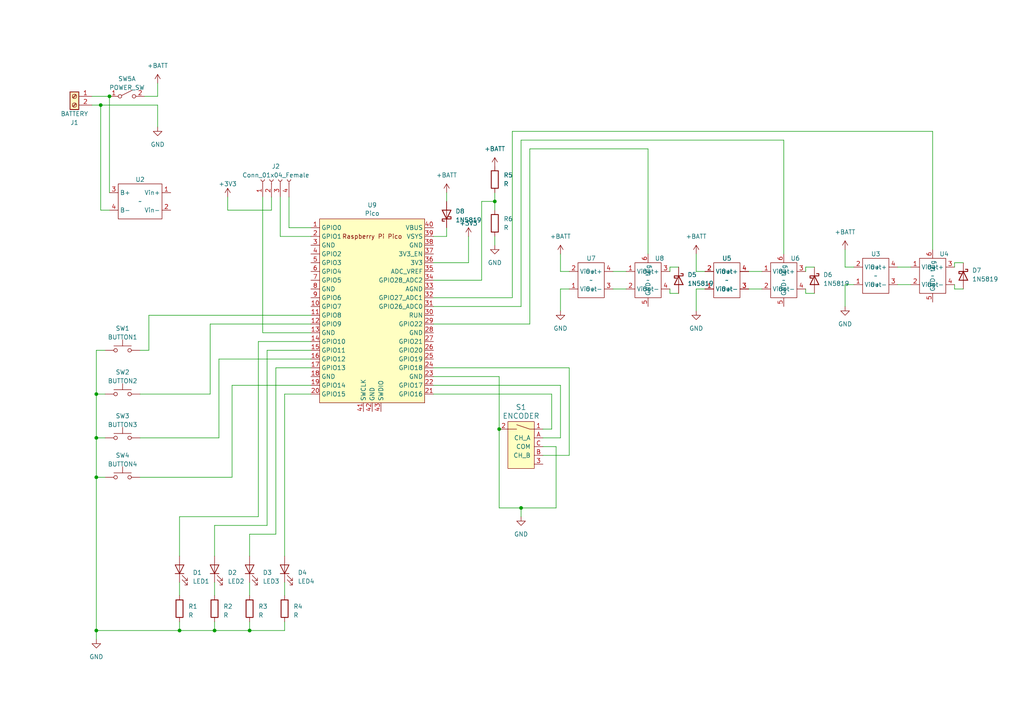
<source format=kicad_sch>
(kicad_sch (version 20231120) (generator "eeschema") (generator_version "8.0")
  (paper "A4")
  (title_block (title "Drumkit") (date "2024-04-01") (rev "2") (comment 1 "https://git.xythobuz.de/thomas/drumkit") (comment 2 "Licensed under the CERN-OHL-S-2.0+") (comment 4 "Copyright (c) 2024 Kauzerei, Thomas Buck"))
  (lib_symbols
    (symbol "Connector:Conn_01x04_Female" (pin_names (offset 1.016) hide)
      (property "Reference" "J" (at 0 5.08 0))
      (property "Value" "Conn_01x04_Female" (at 0 -7.62 0))
      (symbol "Conn_01x04_Female_1_1"
        (arc (start 0 -4.572) (mid -0.5058 -5.08) (end 0 -5.588) (stroke (width 0.1524)))
        (arc (start 0 -2.032) (mid -0.5058 -2.54) (end 0 -3.048) (stroke (width 0.1524)))
        (polyline (pts (xy -1.27 -5.08) (xy -0.508 -5.08)) (stroke (width 0.1524)))
        (polyline (pts (xy -1.27 -2.54) (xy -0.508 -2.54)) (stroke (width 0.1524)))
        (polyline (pts (xy -1.27 0) (xy -0.508 0)) (stroke (width 0.1524)))
        (polyline (pts (xy -1.27 2.54) (xy -0.508 2.54)) (stroke (width 0.1524)))
        (arc (start 0 0.508) (mid -0.5058 0) (end 0 -0.508) (stroke (width 0.1524)))
        (arc (start 0 3.048) (mid -0.5058 2.54) (end 0 2.032) (stroke (width 0.1524)))
        (pin passive line (at -5.08 2.54 0) (length 3.81) (name "Pin_1") (number "1"))
        (pin passive line (at -5.08 0 0) (length 3.81) (name "Pin_2") (number "2"))
        (pin passive line (at -5.08 -2.54 0) (length 3.81) (name "Pin_3") (number "3"))
        (pin passive line (at -5.08 -5.08 0) (length 3.81) (name "Pin_4") (number "4"))
      )
    )
    (symbol "Connector:Screw_Terminal_01x02" (pin_names (offset 1.016) hide)
      (property "Reference" "J" (at 0 2.54 0))
      (property "Value" "Screw_Terminal_01x02" (at 0 -5.08 0))
      (symbol "Screw_Terminal_01x02_1_1"
        (rectangle (start -1.27 1.27) (end 1.27 -3.81) (stroke (width 0.254)) (fill (type background)))
        (circle (center 0 -2.54) (radius 0.635) (stroke (width 0.1524)))
        (polyline (pts (xy -0.5334 -2.2098) (xy 0.3302 -3.048)) (stroke (width 0.1524)))
        (polyline (pts (xy -0.5334 0.3302) (xy 0.3302 -0.508)) (stroke (width 0.1524)))
        (polyline (pts (xy -0.3556 -2.032) (xy 0.508 -2.8702)) (stroke (width 0.1524)))
        (polyline (pts (xy -0.3556 0.508) (xy 0.508 -0.3302)) (stroke (width 0.1524)))
        (circle (center 0 0) (radius 0.635) (stroke (width 0.1524)))
        (pin passive line (at -5.08 0 0) (length 3.81) (name "Pin_1") (number "1"))
        (pin passive line (at -5.08 -2.54 0) (length 3.81) (name "Pin_2") (number "2"))
      )
    )
    (symbol "Device:LED" (pin_numbers hide) (pin_names (offset 1.016) hide)
      (property "Reference" "D" (at 0 2.54 0))
      (property "Value" "LED" (at 0 -2.54 0))
      (symbol "LED_0_1"
        (polyline (pts (xy -1.27 -1.27) (xy -1.27 1.27)) (stroke (width 0.2032)))
        (polyline (pts (xy -1.27 0) (xy 1.27 0)))
        (polyline (pts (xy 1.27 -1.27) (xy 1.27 1.27) (xy -1.27 0) (xy 1.27 -1.27)) (stroke (width 0.2032)))
        (polyline (pts (xy -3.048 -0.762) (xy -4.572 -2.286) (xy -3.81 -2.286) (xy -4.572 -2.286) (xy -4.572 -1.524)))
        (polyline (pts (xy -1.778 -0.762) (xy -3.302 -2.286) (xy -2.54 -2.286) (xy -3.302 -2.286) (xy -3.302 -1.524)))
      )
      (symbol "LED_1_1"
        (pin passive line (at -3.81 0 0) (length 2.54) (name "K") (number "1"))
        (pin passive line (at 3.81 0 180) (length 2.54) (name "A") (number "2"))
      )
    )
    (symbol "Device:R" (pin_numbers hide) (pin_names (offset 0))
      (property "Reference" "R" (at 2.032 0 90))
      (property "Value" "R" (at 0 0 90))
      (symbol "R_0_1"
        (rectangle (start -1.016 -2.54) (end 1.016 2.54) (stroke (width 0.254)))
      )
      (symbol "R_1_1"
        (pin passive line (at 0 3.81 270) (length 1.27) (name "~") (number "1"))
        (pin passive line (at 0 -3.81 90) (length 1.27) (name "~") (number "2"))
      )
    )
    (symbol "Diode:1N5819" (pin_numbers hide) (pin_names (offset 1.016) hide)
      (property "Reference" "D" (at 0 2.54 0))
      (property "Value" "1N5819" (at 0 -2.54 0))
      (symbol "1N5819_0_1"
        (polyline (pts (xy 1.27 0) (xy -1.27 0)))
        (polyline (pts (xy 1.27 1.27) (xy 1.27 -1.27) (xy -1.27 0) (xy 1.27 1.27)) (stroke (width 0.254)))
        (polyline (pts (xy -1.905 0.635) (xy -1.905 1.27) (xy -1.27 1.27) (xy -1.27 -1.27) (xy -0.635 -1.27) (xy -0.635 -0.635)) (stroke (width 0.254)))
      )
      (symbol "1N5819_1_1"
        (pin passive line (at -3.81 0 0) (length 2.54) (name "K") (number "1"))
        (pin passive line (at 3.81 0 180) (length 2.54) (name "A") (number "2"))
      )
    )
    (symbol "GND_1" (power) (pin_names (offset 0))
      (property "Value" "GND_1" (at 0 -3.81 0))
      (symbol "GND_1_0_1"
        (polyline (pts (xy 0 0) (xy 0 -1.27) (xy 1.27 -1.27) (xy 0 -2.54) (xy -1.27 -1.27) (xy 0 -1.27)))
      )
      (symbol "GND_1_1_1"
        (pin power_in line (at 0 0 270) (length 0) hide (name "GND") (number "1"))
      )
    )
    (symbol "KiCad-RP-Pico:Pico"
      (property "Reference" "U" (at -13.97 27.94 0))
      (property "Value" "Pico" (at 0 19.05 0))
      (symbol "Pico_0_0"
        (text "Raspberry Pi Pico" (at 0 21.59 0) (effects (font (size 1.27 1.27))))
      )
      (symbol "Pico_0_1"
        (rectangle (start -15.24 26.67) (end 15.24 -26.67) (fill (type background)))
      )
      (symbol "Pico_1_1"
        (pin bidirectional line (at -17.78 24.13 0) (length 2.54) (name "GPIO0") (number "1"))
        (pin bidirectional line (at -17.78 1.27 0) (length 2.54) (name "GPIO7") (number "10"))
        (pin bidirectional line (at -17.78 -1.27 0) (length 2.54) (name "GPIO8") (number "11"))
        (pin bidirectional line (at -17.78 -3.81 0) (length 2.54) (name "GPIO9") (number "12"))
        (pin power_in line (at -17.78 -6.35 0) (length 2.54) (name "GND") (number "13"))
        (pin bidirectional line (at -17.78 -8.89 0) (length 2.54) (name "GPIO10") (number "14"))
        (pin bidirectional line (at -17.78 -11.43 0) (length 2.54) (name "GPIO11") (number "15"))
        (pin bidirectional line (at -17.78 -13.97 0) (length 2.54) (name "GPIO12") (number "16"))
        (pin bidirectional line (at -17.78 -16.51 0) (length 2.54) (name "GPIO13") (number "17"))
        (pin power_in line (at -17.78 -19.05 0) (length 2.54) (name "GND") (number "18"))
        (pin bidirectional line (at -17.78 -21.59 0) (length 2.54) (name "GPIO14") (number "19"))
        (pin bidirectional line (at -17.78 21.59 0) (length 2.54) (name "GPIO1") (number "2"))
        (pin bidirectional line (at -17.78 -24.13 0) (length 2.54) (name "GPIO15") (number "20"))
        (pin bidirectional line (at 17.78 -24.13 180) (length 2.54) (name "GPIO16") (number "21"))
        (pin bidirectional line (at 17.78 -21.59 180) (length 2.54) (name "GPIO17") (number "22"))
        (pin power_in line (at 17.78 -19.05 180) (length 2.54) (name "GND") (number "23"))
        (pin bidirectional line (at 17.78 -16.51 180) (length 2.54) (name "GPIO18") (number "24"))
        (pin bidirectional line (at 17.78 -13.97 180) (length 2.54) (name "GPIO19") (number "25"))
        (pin bidirectional line (at 17.78 -11.43 180) (length 2.54) (name "GPIO20") (number "26"))
        (pin bidirectional line (at 17.78 -8.89 180) (length 2.54) (name "GPIO21") (number "27"))
        (pin power_in line (at 17.78 -6.35 180) (length 2.54) (name "GND") (number "28"))
        (pin bidirectional line (at 17.78 -3.81 180) (length 2.54) (name "GPIO22") (number "29"))
        (pin power_in line (at -17.78 19.05 0) (length 2.54) (name "GND") (number "3"))
        (pin input line (at 17.78 -1.27 180) (length 2.54) (name "RUN") (number "30"))
        (pin bidirectional line (at 17.78 1.27 180) (length 2.54) (name "GPIO26_ADC0") (number "31"))
        (pin bidirectional line (at 17.78 3.81 180) (length 2.54) (name "GPIO27_ADC1") (number "32"))
        (pin power_in line (at 17.78 6.35 180) (length 2.54) (name "AGND") (number "33"))
        (pin bidirectional line (at 17.78 8.89 180) (length 2.54) (name "GPIO28_ADC2") (number "34"))
        (pin input line (at 17.78 11.43 180) (length 2.54) (name "ADC_VREF") (number "35"))
        (pin power_out line (at 17.78 13.97 180) (length 2.54) (name "3V3") (number "36"))
        (pin input line (at 17.78 16.51 180) (length 2.54) (name "3V3_EN") (number "37"))
        (pin power_in line (at 17.78 19.05 180) (length 2.54) (name "GND") (number "38"))
        (pin power_in line (at 17.78 21.59 180) (length 2.54) (name "VSYS") (number "39"))
        (pin bidirectional line (at -17.78 16.51 0) (length 2.54) (name "GPIO2") (number "4"))
        (pin power_in line (at 17.78 24.13 180) (length 2.54) (name "VBUS") (number "40"))
        (pin input line (at -2.54 -29.21 90) (length 2.54) (name "SWCLK") (number "41"))
        (pin power_in line (at 0 -29.21 90) (length 2.54) (name "GND") (number "42"))
        (pin bidirectional line (at 2.54 -29.21 90) (length 2.54) (name "SWDIO") (number "43"))
        (pin bidirectional line (at -17.78 13.97 0) (length 2.54) (name "GPIO3") (number "5"))
        (pin bidirectional line (at -17.78 11.43 0) (length 2.54) (name "GPIO4") (number "6"))
        (pin bidirectional line (at -17.78 8.89 0) (length 2.54) (name "GPIO5") (number "7"))
        (pin power_in line (at -17.78 6.35 0) (length 2.54) (name "GND") (number "8"))
        (pin bidirectional line (at -17.78 3.81 0) (length 2.54) (name "GPIO6") (number "9"))
      )
    )
    (symbol "R_1" (pin_numbers hide) (pin_names (offset 0))
      (property "Reference" "R" (at 2.032 0 90))
      (property "Value" "R" (at 0 0 90))
      (symbol "R_1_0_1"
        (rectangle (start -1.016 -2.54) (end 1.016 2.54) (stroke (width 0.254)))
      )
      (symbol "R_1_1_1"
        (pin passive line (at 0 3.81 270) (length 1.27) (name "~") (number "1"))
        (pin passive line (at 0 -3.81 90) (length 1.27) (name "~") (number "2"))
      )
    )
    (symbol "Switch:SW_DPST_x2" (pin_names (offset 0) hide)
      (property "Reference" "SW" (at 0 3.175 0))
      (property "Value" "SW_DPST_x2" (at 0 -2.54 0))
      (symbol "SW_DPST_x2_0_0"
        (circle (center -2.032 0) (radius 0.508))
        (polyline (pts (xy -1.524 0.254) (xy 1.524 1.778)))
        (circle (center 2.032 0) (radius 0.508))
      )
      (symbol "SW_DPST_x2_1_1"
        (pin passive line (at -5.08 0 0) (length 2.54) (name "A") (number "1"))
        (pin passive line (at 5.08 0 180) (length 2.54) (name "B") (number "2"))
      )
      (symbol "SW_DPST_x2_2_1"
        (pin passive line (at -5.08 0 0) (length 2.54) (name "A") (number "3"))
        (pin passive line (at 5.08 0 180) (length 2.54) (name "B") (number "4"))
      )
    )
    (symbol "Switch:SW_Push" (pin_numbers hide) (pin_names (offset 1.016) hide)
      (property "Reference" "SW" (at 1.27 2.54 0))
      (property "Value" "SW_Push" (at 0 -1.524 0))
      (symbol "SW_Push_0_1"
        (circle (center -2.032 0) (radius 0.508))
        (polyline (pts (xy 0 1.27) (xy 0 3.048)))
        (polyline (pts (xy 2.54 1.27) (xy -2.54 1.27)))
        (circle (center 2.032 0) (radius 0.508))
        (pin passive line (at -5.08 0 0) (length 2.54) (name "1") (number "1"))
        (pin passive line (at 5.08 0 180) (length 2.54) (name "2") (number "2"))
      )
    )
    (symbol "chinese_modules:charger"
      (property "Reference" "U" (at 0 0 0))
      (symbol "charger_0_1"
        (rectangle (start -6.35 5.08) (end 6.35 -5.08))
      )
      (symbol "charger_1_1"
        (pin input line (at 8.89 2.54 180) (length 2.54) (name "Vin+") (number "1"))
        (pin input line (at 8.89 -2.54 180) (length 2.54) (name "Vin-") (number "2"))
        (pin input line (at -8.89 2.54 0) (length 2.54) (name "B+") (number "3"))
        (pin input line (at -8.89 -2.54 0) (length 2.54) (name "B-") (number "4"))
      )
    )
    (symbol "chinese_modules:dc-dc"
      (property "Reference" "U" (at 0 0 0))
      (symbol "dc-dc_0_1"
        (rectangle (start -3.81 5.08) (end 3.81 -5.08))
      )
      (symbol "dc-dc_1_1"
        (pin power_in line (at -6.35 -2.54 0) (length 2.54) (name "Vin+") (number "1"))
        (pin power_in line (at -6.35 2.54 0) (length 2.54) (name "Vin+") (number "2"))
        (pin power_out line (at 6.35 -2.54 180) (length 2.54) (name "Out-") (number "3"))
        (pin power_out line (at 6.35 2.54 180) (length 2.54) (name "Out+") (number "4"))
      )
    )
    (symbol "chinese_modules:xy-mos"
      (property "Reference" "U" (at -11.43 0 0))
      (symbol "xy-mos_0_1"
        (rectangle (start -3.81 5.08) (end 3.81 -5.08))
      )
      (symbol "xy-mos_1_1"
        (pin power_in line (at -6.35 2.54 0) (length 2.54) (name "Vin+") (number "1"))
        (pin power_in line (at -6.35 -2.54 0) (length 2.54) (name "Vin-") (number "2"))
        (pin power_out line (at 6.35 2.54 180) (length 2.54) (name "Out+") (number "3"))
        (pin power_out line (at 6.35 -2.54 180) (length 2.54) (name "Out-") (number "4"))
        (pin input line (at 0 -7.62 90) (length 2.54) (name "GND") (number "5"))
        (pin input line (at 0 7.62 270) (length 2.54) (name "trig") (number "6"))
      )
    )
    (symbol "dk_Encoders:PEC11R-4215F-S0024" (pin_names (offset 1.016))
      (property "Reference" "S" (at -1.27 5.715 0))
      (property "Value" "PEC11R-4215F-S0024" (at -1.27 -9.906 0))
      (symbol "PEC11R-4215F-S0024_0_1"
        (rectangle (start -5.08 4.699) (end 2.54 -8.89) (fill (type background)))
        (polyline (pts (xy 0 2.54) (xy 2.54 2.54)))
        (polyline (pts (xy -5.08 2.54) (xy -3.81 2.54) (xy 0 3.81)))
      )
      (symbol "PEC11R-4215F-S0024_1_1"
        (pin bidirectional line (at -7.62 2.54 0) (length 2.54) (name "~") (number "1"))
        (pin bidirectional line (at 5.08 2.54 180) (length 2.54) (name "~") (number "2"))
        (pin unspecified line (at -7.62 -7.62 0) (length 2.54) (name "~") (number "3"))
        (pin bidirectional line (at -7.62 0 0) (length 2.54) (name "CH_A") (number "A"))
        (pin bidirectional line (at -7.62 -5.08 0) (length 2.54) (name "CH_B") (number "B"))
        (pin input line (at -7.62 -2.54 0) (length 2.54) (name "COM") (number "C"))
      )
    )
    (symbol "power:+3.3V" (power) (pin_names (offset 0))
      (property "Value" "+3.3V" (at 0 3.556 0))
      (symbol "+3.3V_0_1"
        (polyline (pts (xy -0.762 1.27) (xy 0 2.54)))
        (polyline (pts (xy 0 0) (xy 0 2.54)))
        (polyline (pts (xy 0 2.54) (xy 0.762 1.27)))
      )
      (symbol "+3.3V_1_1"
        (pin power_in line (at 0 0 90) (length 0) hide (name "+3V3") (number "1"))
      )
    )
    (symbol "power:+BATT" (power) (pin_names (offset 0))
      (property "Value" "+BATT" (at 0 3.556 0))
      (symbol "+BATT_0_1"
        (polyline (pts (xy -0.762 1.27) (xy 0 2.54)))
        (polyline (pts (xy 0 0) (xy 0 2.54)))
        (polyline (pts (xy 0 2.54) (xy 0.762 1.27)))
      )
      (symbol "+BATT_1_1"
        (pin power_in line (at 0 0 90) (length 0) hide (name "+BATT") (number "1"))
      )
    )
    (symbol "power:GND" (power) (pin_names (offset 0))
      (property "Value" "GND" (at 0 -3.81 0))
      (symbol "GND_0_1"
        (polyline (pts (xy 0 0) (xy 0 -1.27) (xy 1.27 -1.27) (xy 0 -2.54) (xy -1.27 -1.27) (xy 0 -1.27)))
      )
      (symbol "GND_1_1"
        (pin power_in line (at 0 0 270) (length 0) hide (name "GND") (number "1"))
      )
    )
  )
  (junction (at 27.94 114.3))
  (junction (at 62.23 182.88))
  (junction (at 144.78 124.46))
  (junction (at 29.21 30.48))
  (junction (at 27.94 138.43))
  (junction (at 143.51 58.42))
  (junction (at 27.94 127))
  (junction (at 52.07 182.88))
  (junction (at 72.39 182.88))
  (junction (at 151.13 147.32))
  (junction (at 27.94 182.88))
  (junction (at 31.75 27.94))
  (wire (pts (xy 29.21 60.96) (xy 29.21 30.48)))
  (wire (pts (xy 144.78 109.22) (xy 144.78 124.46)))
  (wire (pts (xy 194.31 77.47) (xy 196.85 77.47)))
  (wire (pts (xy 204.47 83.82) (xy 201.93 83.82)))
  (wire (pts (xy 165.1 83.82) (xy 162.56 83.82)))
  (wire (pts (xy 30.48 127) (xy 27.94 127)))
  (wire (pts (xy 201.93 73.66) (xy 201.93 78.74)))
  (wire (pts (xy 52.07 149.86) (xy 74.93 149.86)))
  (wire (pts (xy 148.59 38.1) (xy 270.51 38.1)))
  (wire (pts (xy 80.01 106.68) (xy 80.01 154.94)))
  (wire (pts (xy 187.96 43.18) (xy 187.96 73.66)))
  (wire (pts (xy 139.7 81.28) (xy 139.7 58.42)))
  (wire (pts (xy 157.48 124.46) (xy 160.02 124.46)))
  (wire (pts (xy 276.86 82.55) (xy 276.86 83.82)))
  (wire (pts (xy 27.94 182.88) (xy 27.94 185.42)))
  (wire (pts (xy 40.64 138.43) (xy 67.31 138.43)))
  (wire (pts (xy 43.18 101.6) (xy 40.64 101.6)))
  (wire (pts (xy 66.04 60.96) (xy 78.74 60.96)))
  (wire (pts (xy 67.31 138.43) (xy 67.31 111.76)))
  (wire (pts (xy 153.67 43.18) (xy 187.96 43.18)))
  (wire (pts (xy 276.86 83.82) (xy 279.4 83.82)))
  (wire (pts (xy 81.28 68.58) (xy 90.17 68.58)))
  (wire (pts (xy 30.48 101.6) (xy 27.94 101.6)))
  (wire (pts (xy 227.33 40.64) (xy 227.33 73.66)))
  (wire (pts (xy 62.23 152.4) (xy 62.23 161.29)))
  (wire (pts (xy 148.59 86.36) (xy 148.59 38.1)))
  (wire (pts (xy 72.39 168.91) (xy 72.39 172.72)))
  (wire (pts (xy 157.48 129.54) (xy 161.29 129.54)))
  (wire (pts (xy 153.67 93.98) (xy 153.67 43.18)))
  (wire (pts (xy 162.56 127) (xy 162.56 111.76)))
  (wire (pts (xy 78.74 60.96) (xy 78.74 57.15)))
  (wire (pts (xy 151.13 88.9) (xy 125.73 88.9)))
  (wire (pts (xy 177.8 78.74) (xy 181.61 78.74)))
  (wire (pts (xy 52.07 182.88) (xy 62.23 182.88)))
  (wire (pts (xy 82.55 168.91) (xy 82.55 172.72)))
  (wire (pts (xy 217.17 83.82) (xy 220.98 83.82)))
  (wire (pts (xy 27.94 101.6) (xy 27.94 114.3)))
  (wire (pts (xy 245.11 77.47) (xy 247.65 77.47)))
  (wire (pts (xy 165.1 106.68) (xy 165.1 132.08)))
  (wire (pts (xy 233.68 78.74) (xy 233.68 77.47)))
  (wire (pts (xy 74.93 99.06) (xy 90.17 99.06)))
  (wire (pts (xy 151.13 40.64) (xy 151.13 88.9)))
  (wire (pts (xy 52.07 182.88) (xy 52.07 180.34)))
  (wire (pts (xy 82.55 182.88) (xy 82.55 180.34)))
  (wire (pts (xy 125.73 81.28) (xy 139.7 81.28)))
  (wire (pts (xy 62.23 168.91) (xy 62.23 172.72)))
  (wire (pts (xy 45.72 30.48) (xy 45.72 36.83)))
  (wire (pts (xy 125.73 76.2) (xy 135.89 76.2)))
  (wire (pts (xy 194.31 85.09) (xy 196.85 85.09)))
  (wire (pts (xy 27.94 114.3) (xy 30.48 114.3)))
  (wire (pts (xy 27.94 114.3) (xy 27.94 127)))
  (wire (pts (xy 43.18 91.44) (xy 90.17 91.44)))
  (wire (pts (xy 40.64 127) (xy 63.5 127)))
  (wire (pts (xy 233.68 83.82) (xy 233.68 85.09)))
  (wire (pts (xy 177.8 83.82) (xy 181.61 83.82)))
  (wire (pts (xy 72.39 154.94) (xy 80.01 154.94)))
  (wire (pts (xy 83.82 66.04) (xy 90.17 66.04)))
  (wire (pts (xy 125.73 106.68) (xy 165.1 106.68)))
  (wire (pts (xy 90.17 104.14) (xy 63.5 104.14)))
  (wire (pts (xy 45.72 27.94) (xy 45.72 24.13)))
  (wire (pts (xy 77.47 152.4) (xy 62.23 152.4)))
  (wire (pts (xy 160.02 114.3) (xy 125.73 114.3)))
  (wire (pts (xy 245.11 82.55) (xy 245.11 88.9)))
  (wire (pts (xy 233.68 85.09) (xy 236.22 85.09)))
  (wire (pts (xy 161.29 129.54) (xy 161.29 147.32)))
  (wire (pts (xy 41.91 27.94) (xy 45.72 27.94)))
  (wire (pts (xy 26.67 30.48) (xy 29.21 30.48)))
  (wire (pts (xy 143.51 58.42) (xy 143.51 60.96)))
  (wire (pts (xy 260.35 82.55) (xy 264.16 82.55)))
  (wire (pts (xy 67.31 111.76) (xy 90.17 111.76)))
  (wire (pts (xy 276.86 76.2) (xy 279.4 76.2)))
  (wire (pts (xy 72.39 182.88) (xy 72.39 180.34)))
  (wire (pts (xy 80.01 106.68) (xy 90.17 106.68)))
  (wire (pts (xy 135.89 76.2) (xy 135.89 68.58)))
  (wire (pts (xy 74.93 149.86) (xy 74.93 99.06)))
  (wire (pts (xy 29.21 60.96) (xy 31.75 60.96)))
  (wire (pts (xy 194.31 78.74) (xy 194.31 77.47)))
  (wire (pts (xy 143.51 55.88) (xy 143.51 58.42)))
  (wire (pts (xy 52.07 161.29) (xy 52.07 149.86)))
  (wire (pts (xy 144.78 124.46) (xy 144.78 147.32)))
  (wire (pts (xy 125.73 68.58) (xy 129.54 68.58)))
  (wire (pts (xy 270.51 38.1) (xy 270.51 72.39)))
  (wire (pts (xy 139.7 58.42) (xy 143.51 58.42)))
  (wire (pts (xy 90.17 114.3) (xy 82.55 114.3)))
  (wire (pts (xy 27.94 138.43) (xy 27.94 182.88)))
  (wire (pts (xy 217.17 78.74) (xy 220.98 78.74)))
  (wire (pts (xy 165.1 132.08) (xy 157.48 132.08)))
  (wire (pts (xy 60.96 93.98) (xy 90.17 93.98)))
  (wire (pts (xy 129.54 55.88) (xy 129.54 58.42)))
  (wire (pts (xy 227.33 40.64) (xy 151.13 40.64)))
  (wire (pts (xy 40.64 114.3) (xy 60.96 114.3)))
  (wire (pts (xy 43.18 91.44) (xy 43.18 101.6)))
  (wire (pts (xy 162.56 83.82) (xy 162.56 90.17)))
  (wire (pts (xy 276.86 77.47) (xy 276.86 76.2)))
  (wire (pts (xy 72.39 182.88) (xy 82.55 182.88)))
  (wire (pts (xy 76.2 57.15) (xy 76.2 96.52)))
  (wire (pts (xy 201.93 78.74) (xy 204.47 78.74)))
  (wire (pts (xy 77.47 101.6) (xy 77.47 152.4)))
  (wire (pts (xy 29.21 30.48) (xy 45.72 30.48)))
  (wire (pts (xy 66.04 57.15) (xy 66.04 60.96)))
  (wire (pts (xy 60.96 114.3) (xy 60.96 93.98)))
  (wire (pts (xy 82.55 114.3) (xy 82.55 161.29)))
  (wire (pts (xy 27.94 138.43) (xy 30.48 138.43)))
  (wire (pts (xy 260.35 77.47) (xy 264.16 77.47)))
  (wire (pts (xy 72.39 161.29) (xy 72.39 154.94)))
  (wire (pts (xy 27.94 182.88) (xy 52.07 182.88)))
  (wire (pts (xy 76.2 96.52) (xy 90.17 96.52)))
  (wire (pts (xy 162.56 73.66) (xy 162.56 78.74)))
  (wire (pts (xy 160.02 124.46) (xy 160.02 114.3)))
  (wire (pts (xy 162.56 111.76) (xy 125.73 111.76)))
  (wire (pts (xy 143.51 68.58) (xy 143.51 71.12)))
  (wire (pts (xy 157.48 127) (xy 162.56 127)))
  (wire (pts (xy 31.75 27.94) (xy 31.75 55.88)))
  (wire (pts (xy 245.11 82.55) (xy 247.65 82.55)))
  (wire (pts (xy 162.56 78.74) (xy 165.1 78.74)))
  (wire (pts (xy 52.07 168.91) (xy 52.07 172.72)))
  (wire (pts (xy 27.94 127) (xy 27.94 138.43)))
  (wire (pts (xy 62.23 182.88) (xy 62.23 180.34)))
  (wire (pts (xy 81.28 57.15) (xy 81.28 68.58)))
  (wire (pts (xy 63.5 104.14) (xy 63.5 127)))
  (wire (pts (xy 201.93 83.82) (xy 201.93 90.17)))
  (wire (pts (xy 161.29 147.32) (xy 151.13 147.32)))
  (wire (pts (xy 129.54 66.04) (xy 129.54 68.58)))
  (wire (pts (xy 125.73 93.98) (xy 153.67 93.98)))
  (wire (pts (xy 194.31 83.82) (xy 194.31 85.09)))
  (wire (pts (xy 62.23 182.88) (xy 72.39 182.88)))
  (wire (pts (xy 151.13 147.32) (xy 144.78 147.32)))
  (wire (pts (xy 125.73 109.22) (xy 144.78 109.22)))
  (wire (pts (xy 125.73 86.36) (xy 148.59 86.36)))
  (wire (pts (xy 77.47 101.6) (xy 90.17 101.6)))
  (wire (pts (xy 26.67 27.94) (xy 31.75 27.94)))
  (wire (pts (xy 233.68 77.47) (xy 236.22 77.47)))
  (wire (pts (xy 83.82 57.15) (xy 83.82 66.04)))
  (wire (pts (xy 245.11 72.39) (xy 245.11 77.47)))
  (wire (pts (xy 151.13 147.32) (xy 151.13 149.86)))
  (symbol (lib_id "power:GND") (at 201.93 90.17 0) (unit 1)
    (property "Reference" "#PWR09" (effects (hide yes)))
    (property "Value" "GND" (at 201.93 95.25 0))
  )
  (symbol (lib_id "power:+BATT") (at 45.72 24.13 0) (unit 1)
    (property "Reference" "#PWR06" (effects (hide yes)))
    (property "Value" "+BATT" (at 45.72 19.05 0))
  )
  (symbol (lib_id "Device:LED") (at 72.39 165.1 90) (unit 1)
    (property "Reference" "D3" (at 76.2 166.0652 90) (effects (justify right)))
    (property "Value" "LED3" (at 76.2 168.6052 90) (effects (justify right)))
    (property "Footprint" "LED_THT:LED_D5.0mm" (effects (hide yes)))
  )
  (symbol (lib_id "power:+BATT") (at 245.11 72.39 0) (unit 1)
    (property "Reference" "#PWR04" (effects (hide yes)))
    (property "Value" "+BATT" (at 245.11 67.31 0))
  )
  (symbol (lib_id "Switch:SW_DPST_x2") (at 36.83 27.94 0) (unit 1)
    (property "Reference" "SW5" (at 36.83 22.86 0))
    (property "Value" "POWER_SW" (at 36.83 25.4 0))
    (property "Footprint" "Inductor_THT:L_Radial_D12.0mm_P6.00mm_MuRATA_1900R" (effects (hide yes)))
  )
  (symbol (lib_name "R_1") (lib_id "Device:R") (at 143.51 64.77 0) (unit 1)
    (property "Reference" "R6" (at 146.05 63.5 0) (effects (justify left)))
    (property "Value" "R" (at 146.05 66.04 0) (effects (justify left)))
    (property "Footprint" "Resistor_THT:R_Axial_DIN0309_L9.0mm_D3.2mm_P12.70mm_Horizontal" (effects (hide yes)))
  )
  (symbol (lib_id "chinese_modules:xy-mos") (at 187.96 81.28 0) (unit 1)
    (property "Reference" "U8" (at 189.9159 74.93 0) (effects (justify left)))
    (property "Value" "~" (at 187.96 81.28 0))
    (property "Footprint" "chinese_modules:xy-mos" (effects (hide yes)))
  )
  (symbol (lib_id "Device:R") (at 82.55 176.53 0) (unit 1)
    (property "Reference" "R4" (at 85.09 175.895 0) (effects (justify left)))
    (property "Value" "R" (at 85.09 178.435 0) (effects (justify left)))
    (property "Footprint" "Resistor_THT:R_Axial_DIN0617_L17.0mm_D6.0mm_P5.08mm_Vertical" (effects (hide yes)))
  )
  (symbol (lib_id "power:+3.3V") (at 135.89 68.58 0) (unit 1)
    (property "Reference" "#PWR07" (effects (hide yes)))
    (property "Value" "+3V3" (at 135.89 64.77 0))
  )
  (symbol (lib_id "power:GND") (at 143.51 71.12 0) (unit 1)
    (property "Reference" "#PWR011" (effects (hide yes)))
    (property "Value" "GND" (at 143.51 76.2 0))
  )
  (symbol (lib_id "power:+BATT") (at 143.51 48.26 0) (unit 1)
    (property "Reference" "#PWR05" (effects (hide yes)))
    (property "Value" "+BATT" (at 143.51 43.18 0))
  )
  (symbol (lib_id "Diode:1N5819") (at 236.22 81.28 270) (unit 1)
    (property "Reference" "D6" (at 238.76 79.6925 90) (effects (justify left)))
    (property "Value" "1N5819" (at 238.76 82.2325 90) (effects (justify left)))
    (property "Footprint" "Diode_THT:D_DO-41_SOD81_P10.16mm_Horizontal" (effects (hide yes)))
    (property "Datasheet" "http://www.vishay.com/docs/88525/1n5817.pdf" (effects (hide yes)))
  )
  (symbol (lib_id "Device:LED") (at 82.55 165.1 90) (unit 1)
    (property "Reference" "D4" (at 86.36 166.0652 90) (effects (justify right)))
    (property "Value" "LED4" (at 86.36 168.6052 90) (effects (justify right)))
    (property "Footprint" "LED_THT:LED_D5.0mm" (effects (hide yes)))
  )
  (symbol (lib_id "KiCad-RP-Pico:Pico") (at 107.95 90.17 0) (unit 1)
    (property "Reference" "U9" (at 107.95 59.4825 0))
    (property "Value" "Pico" (at 107.95 61.9068 0))
    (property "Footprint" "KiCad-RP-Pico:RPi_Pico_SMD_TH_noSWD" (effects (hide yes)))
  )
  (symbol (lib_id "chinese_modules:charger") (at 40.64 58.42 0) (unit 1)
    (property "Reference" "U2" (at 40.64 52.07 0))
    (property "Value" "~" (at 40.64 58.42 0))
    (property "Footprint" "chinese_modules:charger" (effects (hide yes)))
  )
  (symbol (lib_id "chinese_modules:dc-dc") (at 210.82 81.28 0) (unit 1)
    (property "Reference" "U5" (at 210.82 74.93 0))
    (property "Value" "~" (at 210.82 81.28 0))
    (property "Footprint" "chinese_modules:dc-dc module" (effects (hide yes)))
  )
  (symbol (lib_id "Connector:Screw_Terminal_01x02") (at 21.59 27.94 0) (mirror y) (unit 1)
    (property "Reference" "J1" (at 21.59 35.56 0))
    (property "Value" "BATTERY" (at 21.59 33.02 0))
    (property "Footprint" "TerminalBlock:TerminalBlock_bornier-2_P5.08mm" (effects (hide yes)))
  )
  (symbol (lib_id "Switch:SW_Push") (at 35.56 101.6 0) (unit 1)
    (property "Reference" "SW1" (at 35.56 95.25 0))
    (property "Value" "BUTTON1" (at 35.56 97.79 0))
    (property "Footprint" "Inductor_THT:L_Radial_D12.0mm_P6.00mm_MuRATA_1900R" (effects (hide yes)))
  )
  (symbol (lib_id "Switch:SW_Push") (at 35.56 114.3 0) (unit 1)
    (property "Reference" "SW2" (at 35.56 107.95 0))
    (property "Value" "BUTTON2" (at 35.56 110.49 0))
    (property "Footprint" "Inductor_THT:L_Radial_D12.0mm_P6.00mm_MuRATA_1900R" (effects (hide yes)))
  )
  (symbol (lib_id "chinese_modules:xy-mos") (at 227.33 81.28 0) (unit 1)
    (property "Reference" "U6" (at 229.2859 74.93 0) (effects (justify left)))
    (property "Value" "~" (at 227.33 81.28 0))
    (property "Footprint" "chinese_modules:xy-mos" (effects (hide yes)))
  )
  (symbol (lib_id "Switch:SW_Push") (at 35.56 127 0) (unit 1)
    (property "Reference" "SW3" (at 35.56 120.65 0))
    (property "Value" "BUTTON3" (at 35.56 123.19 0))
    (property "Footprint" "Inductor_THT:L_Radial_D12.0mm_P6.00mm_MuRATA_1900R" (effects (hide yes)))
  )
  (symbol (lib_id "Diode:1N5819") (at 279.4 80.01 270) (unit 1)
    (property "Reference" "D7" (at 281.94 78.4225 90) (effects (justify left)))
    (property "Value" "1N5819" (at 281.94 80.9625 90) (effects (justify left)))
    (property "Footprint" "Diode_THT:D_DO-41_SOD81_P10.16mm_Horizontal" (effects (hide yes)))
    (property "Datasheet" "http://www.vishay.com/docs/88525/1n5817.pdf" (effects (hide yes)))
  )
  (symbol (lib_name "GND_1") (lib_id "power:GND") (at 245.11 88.9 0) (unit 1)
    (property "Reference" "#PWR014" (effects (hide yes)))
    (property "Value" "GND" (at 245.11 93.98 0))
  )
  (symbol (lib_id "power:+BATT") (at 129.54 55.88 0) (unit 1)
    (property "Reference" "#PWR03" (effects (hide yes)))
    (property "Value" "+BATT" (at 129.54 50.8 0))
  )
  (symbol (lib_id "Device:R") (at 62.23 176.53 0) (unit 1)
    (property "Reference" "R2" (at 64.77 175.895 0) (effects (justify left)))
    (property "Value" "R" (at 64.77 178.435 0) (effects (justify left)))
    (property "Footprint" "Resistor_THT:R_Axial_DIN0617_L17.0mm_D6.0mm_P5.08mm_Vertical" (effects (hide yes)))
  )
  (symbol (lib_id "chinese_modules:dc-dc") (at 254 80.01 0) (unit 1)
    (property "Reference" "U3" (at 254 73.66 0))
    (property "Value" "~" (at 254 80.01 0))
    (property "Footprint" "chinese_modules:dc-dc module" (effects (hide yes)))
  )
  (symbol (lib_id "chinese_modules:xy-mos") (at 270.51 80.01 0) (unit 1)
    (property "Reference" "U4" (at 272.4659 73.66 0) (effects (justify left)))
    (property "Value" "~" (at 270.51 80.01 0))
    (property "Footprint" "chinese_modules:xy-mos" (effects (hide yes)))
  )
  (symbol (lib_id "power:GND") (at 151.13 149.86 0) (unit 1)
    (property "Reference" "#PWR015" (effects (hide yes)))
    (property "Value" "GND" (at 151.13 154.94 0))
  )
  (symbol (lib_id "power:GND") (at 27.94 185.42 0) (unit 1)
    (property "Reference" "#PWR01" (effects (hide yes)))
    (property "Value" "GND" (at 27.94 190.5 0))
  )
  (symbol (lib_id "Device:R") (at 52.07 176.53 0) (unit 1)
    (property "Reference" "R1" (at 54.61 175.895 0) (effects (justify left)))
    (property "Value" "R" (at 54.61 178.435 0) (effects (justify left)))
    (property "Footprint" "Resistor_THT:R_Axial_DIN0617_L17.0mm_D6.0mm_P5.08mm_Vertical" (effects (hide yes)))
  )
  (symbol (lib_id "Device:LED") (at 62.23 165.1 90) (unit 1)
    (property "Reference" "D2" (at 66.04 166.0652 90) (effects (justify right)))
    (property "Value" "LED2" (at 66.04 168.6052 90) (effects (justify right)))
    (property "Footprint" "LED_THT:LED_D5.0mm" (effects (hide yes)))
  )
  (symbol (lib_id "power:GND") (at 45.72 36.83 0) (unit 1)
    (property "Reference" "#PWR02" (effects (hide yes)))
    (property "Value" "GND" (at 45.72 41.91 0))
  )
  (symbol (lib_id "power:+3.3V") (at 66.04 57.15 0) (unit 1)
    (property "Reference" "#PWR012" (effects (hide yes)))
    (property "Value" "+3V3" (at 66.04 53.34 0))
  )
  (symbol (lib_id "Diode:1N5819") (at 196.85 81.28 270) (unit 1)
    (property "Reference" "D5" (at 199.39 79.6925 90) (effects (justify left)))
    (property "Value" "1N5819" (at 199.39 82.2325 90) (effects (justify left)))
    (property "Footprint" "Diode_THT:D_DO-41_SOD81_P10.16mm_Horizontal" (effects (hide yes)))
    (property "Datasheet" "http://www.vishay.com/docs/88525/1n5817.pdf" (effects (hide yes)))
  )
  (symbol (lib_id "dk_Encoders:PEC11R-4215F-S0024") (at 149.86 127 0) (mirror y) (unit 1)
    (property "Reference" "S1" (at 151.13 118.11 0) (effects (font (size 1.524 1.524))))
    (property "Value" "ENCODER" (at 151.13 120.65 0) (effects (font (size 1.524 1.524))))
    (property "Footprint" "digikey-footprints:Rotary_Encoder_Switched_PEC11R" (effects (hide yes)))
    (property "Datasheet" "https://www.bourns.com/docs/Product-Datasheets/PEC11R.pdf" (effects (hide yes)))
    (property "Description" "ROTARY ENCODER MECHANICAL 24PPR" (effects (hide yes)))
    (property "Digi-Key_PN" "PEC11R-4215F-S0024-ND" (effects (hide yes)))
    (property "MPN" "PEC11R-4215F-S0024" (effects (hide yes)))
    (property "Category" "Sensors, Transducers" (effects (hide yes)))
    (property "Family" "Encoders" (effects (hide yes)))
    (property "DK_Datasheet_Link" "https://www.bourns.com/docs/Product-Datasheets/PEC11R.pdf" (effects (hide yes)))
    (property "DK_Detail_Page" "/product-detail/en/bourns-inc/PEC11R-4215F-S0024/PEC11R-4215F-S0024-ND/4499665" (effects (hide yes)))
    (property "Manufacturer" "Bourns Inc." (effects (hide yes)))
    (property "Status" "Active" (effects (hide yes)))
  )
  (symbol (lib_name "R_1") (lib_id "Device:R") (at 143.51 52.07 0) (unit 1)
    (property "Reference" "R5" (at 146.05 50.8 0) (effects (justify left)))
    (property "Value" "R" (at 146.05 53.34 0) (effects (justify left)))
    (property "Footprint" "Resistor_THT:R_Axial_DIN0309_L9.0mm_D3.2mm_P12.70mm_Horizontal" (effects (hide yes)))
  )
  (symbol (lib_id "chinese_modules:dc-dc") (at 171.45 81.28 0) (unit 1)
    (property "Reference" "U7" (at 171.45 74.93 0))
    (property "Value" "~" (at 171.45 81.28 0))
    (property "Footprint" "chinese_modules:dc-dc module" (effects (hide yes)))
  )
  (symbol (lib_id "Diode:1N5819") (at 129.54 62.23 90) (unit 1)
    (property "Reference" "D8" (at 132.08 61.2775 90) (effects (justify right)))
    (property "Value" "1N5819" (at 132.08 63.8175 90) (effects (justify right)))
    (property "Footprint" "Diode_THT:D_DO-41_SOD81_P10.16mm_Horizontal" (effects (hide yes)))
    (property "Datasheet" "http://www.vishay.com/docs/88525/1n5817.pdf" (effects (hide yes)))
  )
  (symbol (lib_id "Switch:SW_Push") (at 35.56 138.43 0) (unit 1)
    (property "Reference" "SW4" (at 35.56 132.08 0))
    (property "Value" "BUTTON4" (at 35.56 134.62 0))
    (property "Footprint" "Inductor_THT:L_Radial_D12.0mm_P6.00mm_MuRATA_1900R" (effects (hide yes)))
  )
  (symbol (lib_id "Connector:Conn_01x04_Female") (at 78.74 52.07 90) (unit 1)
    (property "Reference" "J2" (at 80.01 48.26 90))
    (property "Value" "Conn_01x04_Female" (at 80.01 50.8 90))
    (property "Footprint" "Connector_PinHeader_2.54mm:PinHeader_1x04_P2.54mm_Vertical" (effects (hide yes)))
  )
  (symbol (lib_id "Device:R") (at 72.39 176.53 0) (unit 1)
    (property "Reference" "R3" (at 74.93 175.895 0) (effects (justify left)))
    (property "Value" "R" (at 74.93 178.435 0) (effects (justify left)))
    (property "Footprint" "Resistor_THT:R_Axial_DIN0617_L17.0mm_D6.0mm_P5.08mm_Vertical" (effects (hide yes)))
  )
  (symbol (lib_id "Device:LED") (at 52.07 165.1 90) (unit 1)
    (property "Reference" "D1" (at 55.88 166.0652 90) (effects (justify right)))
    (property "Value" "LED1" (at 55.88 168.6052 90) (effects (justify right)))
    (property "Footprint" "LED_THT:LED_D5.0mm" (effects (hide yes)))
  )
  (symbol (lib_id "power:+BATT") (at 162.56 73.66 0) (unit 1)
    (property "Reference" "#PWR010" (effects (hide yes)))
    (property "Value" "+BATT" (at 162.56 68.58 0))
  )
  (symbol (lib_id "power:+BATT") (at 201.93 73.66 0) (unit 1)
    (property "Reference" "#PWR08" (effects (hide yes)))
    (property "Value" "+BATT" (at 201.93 68.58 0))
  )
  (symbol (lib_id "power:GND") (at 162.56 90.17 0) (unit 1)
    (property "Reference" "#PWR013" (effects (hide yes)))
    (property "Value" "GND" (at 162.56 95.25 0))
  )
)
</source>
